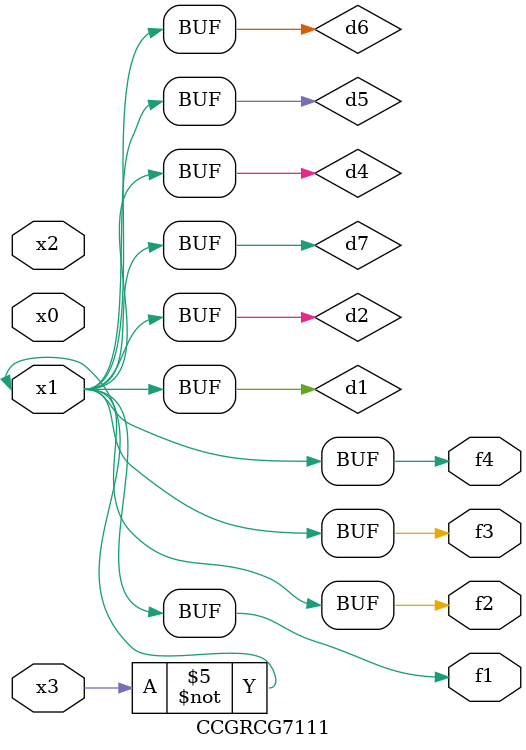
<source format=v>
module CCGRCG7111(
	input x0, x1, x2, x3,
	output f1, f2, f3, f4
);

	wire d1, d2, d3, d4, d5, d6, d7;

	not (d1, x3);
	buf (d2, x1);
	xnor (d3, d1, d2);
	nor (d4, d1);
	buf (d5, d1, d2);
	buf (d6, d4, d5);
	nand (d7, d4);
	assign f1 = d6;
	assign f2 = d7;
	assign f3 = d6;
	assign f4 = d6;
endmodule

</source>
